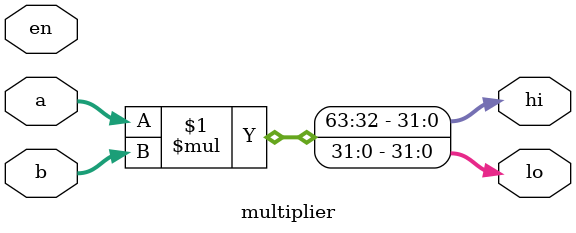
<source format=v>
module multiplier (
        input  wire             en,
        input  wire [31:0] a,
        input  wire [31:0] b,
        output wire [31:0] lo,
        output wire [31:0] hi
    );
    
   
    assign {hi, lo} = a * b; 
        
endmodule
</source>
